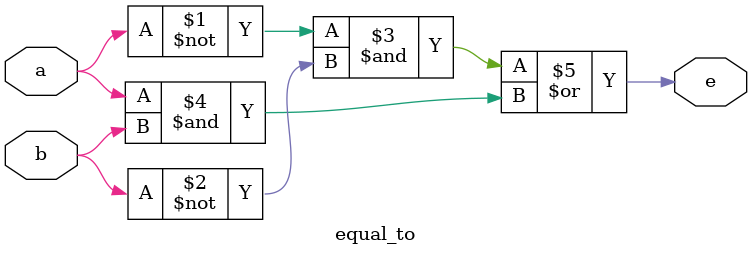
<source format=sv>
`timescale 1ns / 1ps


module equal_to(input logic a,
                 input logic b,
                 output logic e);
                    
or(e, ~a&~b, a&b);     
                    
                    
endmodule

</source>
